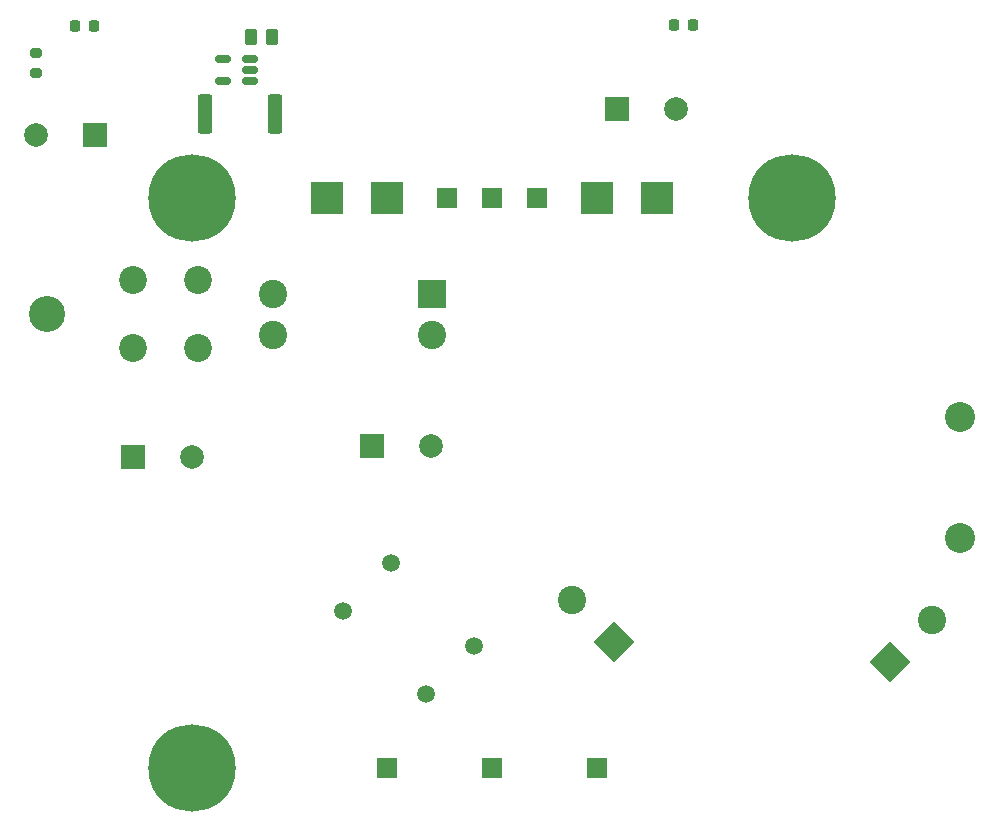
<source format=gbr>
%TF.GenerationSoftware,KiCad,Pcbnew,8.0.6*%
%TF.CreationDate,2025-02-06T23:23:14+01:00*%
%TF.ProjectId,TDK_DCDC_pcb,54444b5f-4443-4444-935f-7063622e6b69,rev?*%
%TF.SameCoordinates,Original*%
%TF.FileFunction,Soldermask,Bot*%
%TF.FilePolarity,Negative*%
%FSLAX46Y46*%
G04 Gerber Fmt 4.6, Leading zero omitted, Abs format (unit mm)*
G04 Created by KiCad (PCBNEW 8.0.6) date 2025-02-06 23:23:14*
%MOMM*%
%LPD*%
G01*
G04 APERTURE LIST*
G04 Aperture macros list*
%AMRoundRect*
0 Rectangle with rounded corners*
0 $1 Rounding radius*
0 $2 $3 $4 $5 $6 $7 $8 $9 X,Y pos of 4 corners*
0 Add a 4 corners polygon primitive as box body*
4,1,4,$2,$3,$4,$5,$6,$7,$8,$9,$2,$3,0*
0 Add four circle primitives for the rounded corners*
1,1,$1+$1,$2,$3*
1,1,$1+$1,$4,$5*
1,1,$1+$1,$6,$7*
1,1,$1+$1,$8,$9*
0 Add four rect primitives between the rounded corners*
20,1,$1+$1,$2,$3,$4,$5,0*
20,1,$1+$1,$4,$5,$6,$7,0*
20,1,$1+$1,$6,$7,$8,$9,0*
20,1,$1+$1,$8,$9,$2,$3,0*%
%AMRotRect*
0 Rectangle, with rotation*
0 The origin of the aperture is its center*
0 $1 length*
0 $2 width*
0 $3 Rotation angle, in degrees counterclockwise*
0 Add horizontal line*
21,1,$1,$2,0,0,$3*%
G04 Aperture macros list end*
%ADD10C,1.500000*%
%ADD11RotRect,2.400000X2.400000X135.000000*%
%ADD12C,2.400000*%
%ADD13R,2.000000X2.000000*%
%ADD14C,2.000000*%
%ADD15C,7.400000*%
%ADD16RotRect,2.400000X2.400000X45.000000*%
%ADD17C,2.540000*%
%ADD18R,2.400000X2.400000*%
%ADD19C,3.048000*%
%ADD20C,2.362200*%
%ADD21R,1.752600X1.752600*%
%ADD22R,2.768600X2.768600*%
%ADD23RoundRect,0.200000X-0.275000X0.200000X-0.275000X-0.200000X0.275000X-0.200000X0.275000X0.200000X0*%
%ADD24RoundRect,0.218750X-0.218750X-0.256250X0.218750X-0.256250X0.218750X0.256250X-0.218750X0.256250X0*%
%ADD25RoundRect,0.250000X-0.262500X-0.450000X0.262500X-0.450000X0.262500X0.450000X-0.262500X0.450000X0*%
%ADD26RoundRect,0.150000X0.512500X0.150000X-0.512500X0.150000X-0.512500X-0.150000X0.512500X-0.150000X0*%
%ADD27RoundRect,0.250000X0.362500X1.425000X-0.362500X1.425000X-0.362500X-1.425000X0.362500X-1.425000X0*%
G04 APERTURE END LIST*
D10*
%TO.C,C3*%
X131388932Y-112962876D03*
X138460000Y-120033944D03*
%TD*%
D11*
%TO.C,C1*%
X154300000Y-115584177D03*
D12*
X150764466Y-112048643D03*
%TD*%
D13*
%TO.C,C10*%
X110367678Y-72700000D03*
D14*
X105367678Y-72700000D03*
%TD*%
D15*
%TO.C,U6*%
X118590000Y-78030000D03*
%TD*%
D16*
%TO.C,C6*%
X177700000Y-117300000D03*
D12*
X181235534Y-113764466D03*
%TD*%
D10*
%TO.C,C2*%
X142500000Y-116000000D03*
X135428932Y-108928932D03*
%TD*%
D15*
%TO.C,U7*%
X118590000Y-126330000D03*
%TD*%
D13*
%TO.C,C9*%
X133882323Y-99000000D03*
D14*
X138882323Y-99000000D03*
%TD*%
D17*
%TO.C,HV_in1*%
X183639999Y-96540000D03*
X183639999Y-106840000D03*
%TD*%
D13*
%TO.C,C11*%
X113632323Y-100000000D03*
D14*
X118632323Y-100000000D03*
%TD*%
D13*
%TO.C,C8*%
X154604323Y-70485000D03*
D14*
X159604323Y-70485000D03*
%TD*%
D15*
%TO.C,U5*%
X169390000Y-78030000D03*
%TD*%
D12*
%TO.C,F2*%
X138950000Y-89589177D03*
D18*
X138950000Y-86189177D03*
D12*
X125480000Y-89589177D03*
X125480000Y-86189177D03*
%TD*%
D19*
%TO.C,LV_out1*%
X106313550Y-87850777D03*
D20*
X113613551Y-90700779D03*
X113613551Y-85000776D03*
X119113551Y-90700779D03*
X119113550Y-85000775D03*
%TD*%
D21*
%TO.C,U1*%
X152880000Y-126320000D03*
X143990000Y-126320000D03*
X135100000Y-126320000D03*
D22*
X130020000Y-78020000D03*
X135100000Y-78020000D03*
D21*
X140180000Y-78020000D03*
X143990000Y-78020000D03*
X147800000Y-78020000D03*
D22*
X152880000Y-78020000D03*
X157960000Y-78020000D03*
%TD*%
D23*
%TO.C,R8*%
X105400000Y-65775000D03*
X105400000Y-67425000D03*
%TD*%
D24*
%TO.C,D2*%
X159424998Y-63400000D03*
X161000000Y-63400000D03*
%TD*%
D25*
%TO.C,R2*%
X123587500Y-64384177D03*
X125412500Y-64384177D03*
%TD*%
D26*
%TO.C,U3*%
X123537500Y-66234178D03*
X123537500Y-67184177D03*
X123537500Y-68134176D03*
X121262500Y-68134176D03*
X121262500Y-66234178D03*
%TD*%
D27*
%TO.C,Rshunt1*%
X125662500Y-70884177D03*
X119737500Y-70884177D03*
%TD*%
D24*
%TO.C,D5*%
X108724998Y-63500000D03*
X110300000Y-63500000D03*
%TD*%
M02*

</source>
